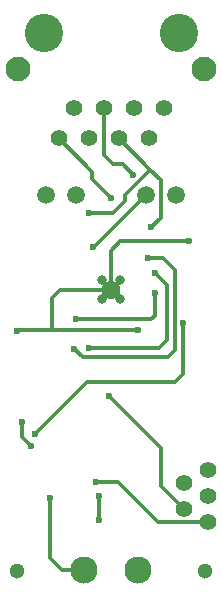
<source format=gbl>
G04*
G04 #@! TF.GenerationSoftware,Altium Limited,Altium Designer,23.1.1 (15)*
G04*
G04 Layer_Physical_Order=2*
G04 Layer_Color=16711680*
%FSLAX44Y44*%
%MOMM*%
G71*
G04*
G04 #@! TF.SameCoordinates,7C6788F6-0183-4130-A877-ABEC5F4682B5*
G04*
G04*
G04 #@! TF.FilePolarity,Positive*
G04*
G01*
G75*
%ADD43C,0.3000*%
%ADD44C,1.3000*%
%ADD45C,3.2500*%
%ADD46C,2.1000*%
%ADD47C,1.4200*%
%ADD48C,1.5200*%
%ADD49C,1.6000*%
%ADD50C,0.8000*%
%ADD51C,1.4000*%
%ADD52C,2.3000*%
%ADD53C,0.6000*%
D43*
X25000Y135000D02*
X32000Y128000D01*
X25000Y135000D02*
Y148000D01*
X108000Y301000D02*
X166000D01*
X100000Y260000D02*
Y293000D01*
X108000Y301000D01*
X50000Y226000D02*
X123000D01*
X21000D02*
X50000D01*
Y253000D01*
X57000Y260000D02*
X100000D01*
X50000Y253000D02*
X57000Y260000D01*
X36000Y138000D02*
X80000Y182000D01*
X154000D01*
X161000Y189000D02*
Y232000D01*
X154000Y182000D02*
X161000Y189000D01*
X87000Y97000D02*
X106000D01*
X140000Y63000D01*
X182000D01*
X142000Y94000D02*
Y126000D01*
Y94000D02*
X162000Y74000D01*
X98000Y170000D02*
X142000Y126000D01*
X20000Y225000D02*
X21000Y226000D01*
X76000Y203000D02*
X148000D01*
X69000Y210000D02*
X76000Y203000D01*
X148000D02*
X154000Y209000D01*
Y277000D01*
X144000Y287000D02*
X154000Y277000D01*
X131000Y287000D02*
X144000D01*
X137000Y274000D02*
X147000Y264000D01*
Y217000D02*
Y264000D01*
X141000Y211000D02*
X147000Y217000D01*
X81000Y211000D02*
X141000D01*
X133325Y361325D02*
X142000Y352650D01*
X106350Y388300D02*
X133325Y361325D01*
X112000Y335000D02*
Y340000D01*
X133325Y361325D01*
X81000Y325000D02*
X102000D01*
X112000Y335000D01*
X84000Y354000D02*
Y359850D01*
Y354000D02*
X100000Y338000D01*
X55550Y388300D02*
X84000Y359850D01*
X134000Y313000D02*
X142000Y321000D01*
Y352650D01*
X93650Y374350D02*
Y413700D01*
Y374350D02*
X102000Y366000D01*
X110000D02*
X119000Y357000D01*
X102000Y366000D02*
X110000D01*
X85000Y296000D02*
X85250D01*
X129250Y340000D01*
X58500Y22500D02*
X77500D01*
X48000Y33000D02*
X58500Y22500D01*
X48000Y33000D02*
Y84000D01*
X70000Y235000D02*
X70000Y235000D01*
X134000D01*
X137000Y238000D01*
Y257000D01*
X90000Y65000D02*
Y85000D01*
D44*
X20000Y22000D02*
D03*
X180000D02*
D03*
D45*
X157150Y477200D02*
D03*
X42850D02*
D03*
D46*
X21000Y446700D02*
D03*
X179000D02*
D03*
D47*
X144450Y413700D02*
D03*
X131750Y388300D02*
D03*
X119050Y413700D02*
D03*
X106350Y388300D02*
D03*
X93650Y413700D02*
D03*
X80950Y388300D02*
D03*
X68250Y413700D02*
D03*
X55550Y388300D02*
D03*
D48*
X45350Y340000D02*
D03*
X70750D02*
D03*
X129250D02*
D03*
X154650D02*
D03*
D49*
X100000Y260000D02*
D03*
D50*
X108000Y252000D02*
D03*
Y268000D02*
D03*
X92000D02*
D03*
Y252000D02*
D03*
D51*
X162000Y96000D02*
D03*
Y74000D02*
D03*
X182000Y107000D02*
D03*
Y85000D02*
D03*
Y63000D02*
D03*
D52*
X77500Y22500D02*
D03*
X122500D02*
D03*
D53*
X25000Y148000D02*
D03*
X32000Y128000D02*
D03*
X166000Y301000D02*
D03*
X36000Y138000D02*
D03*
X161000Y232000D02*
D03*
X87000Y97000D02*
D03*
X98000Y170000D02*
D03*
X20000Y225000D02*
D03*
X69000Y210000D02*
D03*
X123000Y226000D02*
D03*
X131000Y287000D02*
D03*
X137000Y274000D02*
D03*
X81000Y211000D02*
D03*
Y325000D02*
D03*
X100000Y338000D02*
D03*
X134000Y313000D02*
D03*
X119000Y357000D02*
D03*
X85000Y296000D02*
D03*
X48000Y84000D02*
D03*
X70000Y235000D02*
D03*
X137000Y257500D02*
D03*
X90000Y85000D02*
D03*
Y65000D02*
D03*
M02*

</source>
